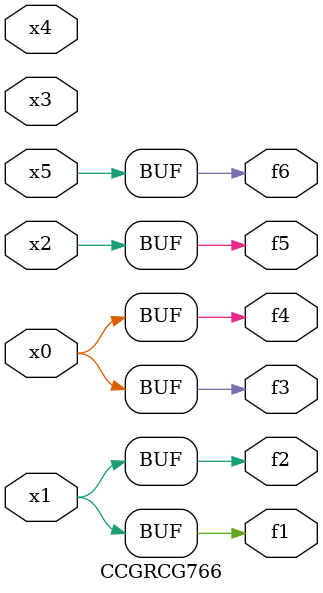
<source format=v>
module CCGRCG766(
	input x0, x1, x2, x3, x4, x5,
	output f1, f2, f3, f4, f5, f6
);
	assign f1 = x1;
	assign f2 = x1;
	assign f3 = x0;
	assign f4 = x0;
	assign f5 = x2;
	assign f6 = x5;
endmodule

</source>
